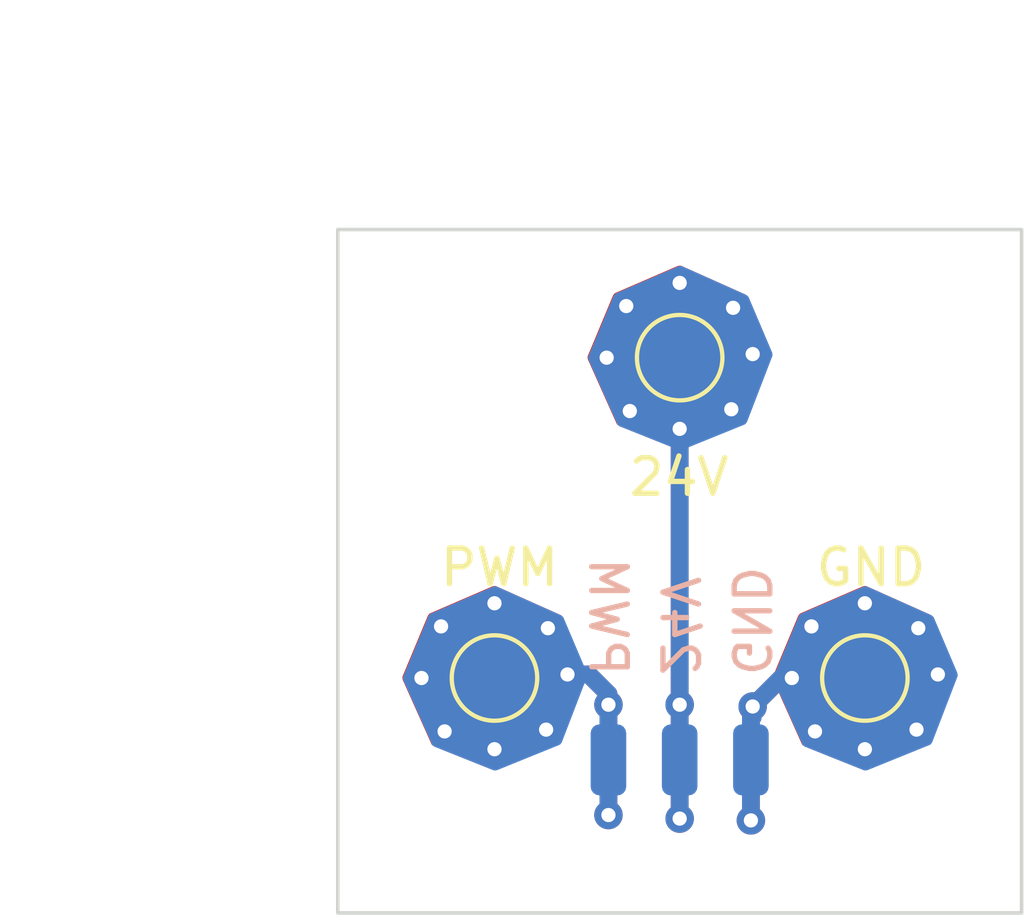
<source format=kicad_pcb>
(kicad_pcb (version 20221018) (generator pcbnew)
  (layers (0 "F.Cu" signal) (31 "B.Cu" signal) (34 "B.Paste" user) (35 "F.Paste" user) (36 "B.SilkS" user "B.Silkscreen") (37 "F.SilkS" user "F.Silkscreen") (38 "B.Mask" user) (39 "F.Mask" user) (44 "Edge.Cuts" user))
  (net 0 "")
  (net 1 "/GND")
  (net 2 "/PWM")
  (net 3 "/24V")
  (footprint "TestPoint:TestPoint_Pad_D2.0mm" (layer "F.Cu") (at 83.6 134.6)
    (fp_text reference "J2" hide)
    (fp_text value "Conn_01x01_Pin" hide)
    (fp_circle (center 0 0) (end 0 1.2) (stroke (width 0.12)) (fill none) (layer "F.SilkS"))
    (pad "1" smd circle (at 0 0) (size 2 2) (layers "F.Cu" "F.Mask") (net 1 "/GND"))
  )
  (footprint "TestPoint:TestPoint_Pad_D2.0mm" (layer "F.Cu") (at 78.4 125.6)
    (fp_text reference "J5" hide)
    (fp_text value "Conn_01x01_Pin" hide)
    (fp_circle (center 0 0) (end 0 1.2) (stroke (width 0.12)) (fill none) (layer "F.SilkS"))
    (pad "1" smd circle (at 0 0) (size 2 2) (layers "F.Cu" "F.Mask") (net 3 "/24V"))
  )
  (footprint "TestPoint:TestPoint_Pad_D2.0mm" (layer "F.Cu") (at 73.2 134.6)
    (fp_text reference "J3" hide)
    (fp_text value "Conn_01x01_Pin" hide)
    (fp_circle (center 0 0) (end 0 1.2) (stroke (width 0.12)) (fill none) (layer "F.SilkS"))
    (pad "1" smd circle (at 0 0) (size 2 2) (layers "F.Cu" "F.Mask") (net 2 "/PWM"))
  )
  (footprint "Bergi:Solderpad_1x2" (layer "B.Cu") (at 78.4 136.9 90)
    (fp_text reference "J6" hide)
    (fp_text value "Conn_01x01_Pin" hide)
    (pad "1" smd roundrect (at 0 0 90) (size 2 1) (layers "B.Cu" "B.Mask") (net 3 "/24V"))
  )
  (footprint "Bergi:Solderpad_1x2" (layer "B.Cu") (at 76.4 136.9 90)
    (fp_text reference "J4" hide)
    (fp_text value "Conn_01x01_Pin" hide)
    (pad "1" smd roundrect (at 0 0 90) (size 2 1) (layers "B.Cu" "B.Mask") (net 2 "/PWM"))
  )
  (footprint "Bergi:Solderpad_1x2" (layer "B.Cu") (at 80.4 136.9 90)
    (fp_text reference "J1" hide)
    (fp_text value "Conn_01x01_Pin" hide)
    (pad "1" smd roundrect (at 0 0 90) (size 2 1) (layers "B.Cu" "B.Mask") (net 1 "/GND"))
  )
  (gr_rect (start 68.8 122) (end 88 141.2) (stroke (width 0.1)) (fill none) (layer "Edge.Cuts"))
  (gr_text "24V" (at 77.8 134.62 -90) (layer "B.SilkS") (effects (font (size 1 1)) (justify left bottom mirror)))
  (gr_text "GND" (at 79.8 134.62 -90) (layer "B.SilkS") (effects (font (size 1 1)) (justify left bottom mirror)))
  (gr_text "PWM" (at 75.8 134.62 -90) (layer "B.SilkS") (effects (font (size 1 1)) (justify left bottom mirror)))
  (gr_text "GND" (at 82.15 132.08) (layer "F.SilkS") (effects (font (size 1 1)) (justify left bottom)))
  (gr_text "24V" (at 76.9 129.54) (layer "F.SilkS") (effects (font (size 1 1)) (justify left bottom)))
  (gr_text "PWM" (at 71.6 132.08) (layer "F.SilkS") (effects (font (size 1 1)) (justify left bottom)))
  (segment (start 81.25 134.6) (end 81.55 134.6) (width 0.5) (layer "F.Cu") (net 1))
  (segment (start 80.4 135.45) (end 80.45 135.4) (width 0.5) (layer "F.Cu") (net 1))
  (segment (start 80.4 138.6) (end 80.4 135.45) (width 0.5) (layer "F.Cu") (net 1))
  (segment (start 80.45 135.4) (end 81.25 134.6) (width 0.5) (layer "F.Cu") (net 1))
  (via (at 85.05 136.05) (size 0.8) (drill 0.4) (layers "F.Cu" "B.Cu") (net 1))
  (via (at 82.2 136.1) (size 0.8) (drill 0.4) (layers "F.Cu" "B.Cu") (net 1))
  (via (at 85.1 133.2) (size 0.8) (drill 0.4) (layers "F.Cu" "B.Cu") (net 1))
  (via (at 83.6 132.5) (size 0.8) (drill 0.4) (layers "F.Cu" "B.Cu") (net 1))
  (via (at 81.55 134.6) (size 0.8) (drill 0.4) (layers "F.Cu" "B.Cu") (net 1))
  (via (at 80.4 138.6) (size 0.8) (drill 0.4) (layers "F.Cu" "B.Cu") (net 1))
  (via (at 82.1 133.15) (size 0.8) (drill 0.4) (layers "F.Cu" "B.Cu") (net 1))
  (via (at 80.45 135.4) (size 0.8) (drill 0.4) (layers "F.Cu" "B.Cu") (net 1))
  (via (at 83.6 136.6) (size 0.8) (drill 0.4) (layers "F.Cu" "B.Cu") (net 1))
  (via (at 85.65 134.5) (size 0.8) (drill 0.4) (layers "F.Cu" "B.Cu") (net 1))
  (segment (start 80.45 135.7) (end 80.4 135.75) (width 0.5) (layer "B.Cu") (net 1))
  (segment (start 80.4 135.75) (end 80.4 136.9) (width 0.5) (layer "B.Cu") (net 1))
  (segment (start 81.25 134.6) (end 81.55 134.6) (width 0.5) (layer "B.Cu") (net 1))
  (segment (start 80.45 135.4) (end 81.25 134.6) (width 0.5) (layer "B.Cu") (net 1))
  (segment (start 80.45 135.4) (end 80.45 135.7) (width 0.5) (layer "B.Cu") (net 1))
  (segment (start 80.4 136.9) (end 80.4 138.6) (width 0.5) (layer "B.Cu") (net 1))
  (segment (start 76.4 135.05) (end 75.85 134.5) (width 0.5) (layer "F.Cu") (net 2))
  (segment (start 76.4 135.35) (end 76.4 135.05) (width 0.5) (layer "F.Cu") (net 2))
  (segment (start 76.4 138.45) (end 76.4 135.35) (width 0.5) (layer "F.Cu") (net 2))
  (segment (start 75.85 134.5) (end 75.25 134.5) (width 0.5) (layer "F.Cu") (net 2))
  (via (at 74.65 136.05) (size 0.8) (drill 0.4) (layers "F.Cu" "B.Cu") (net 2))
  (via (at 76.4 135.35) (size 0.8) (drill 0.4) (layers "F.Cu" "B.Cu") (net 2))
  (via (at 71.7 133.15) (size 0.8) (drill 0.4) (layers "F.Cu" "B.Cu") (net 2))
  (via (at 74.7 133.2) (size 0.8) (drill 0.4) (layers "F.Cu" "B.Cu") (net 2))
  (via (at 73.2 136.6) (size 0.8) (drill 0.4) (layers "F.Cu" "B.Cu") (net 2))
  (via (at 71.15 134.6) (size 0.8) (drill 0.4) (layers "F.Cu" "B.Cu") (net 2))
  (via (at 71.8 136.1) (size 0.8) (drill 0.4) (layers "F.Cu" "B.Cu") (net 2))
  (via (at 76.4 138.45) (size 0.8) (drill 0.4) (layers "F.Cu" "B.Cu") (net 2))
  (via (at 75.25 134.5) (size 0.8) (drill 0.4) (layers "F.Cu" "B.Cu") (net 2))
  (via (at 73.2 132.5) (size 0.8) (drill 0.4) (layers "F.Cu" "B.Cu") (net 2))
  (segment (start 75.85 134.5) (end 75.25 134.5) (width 0.5) (layer "B.Cu") (net 2))
  (segment (start 76.4 135.05) (end 75.85 134.5) (width 0.5) (layer "B.Cu") (net 2))
  (segment (start 76.4 135.65) (end 76.4 135.65) (width 0.5) (layer "B.Cu") (net 2))
  (segment (start 76.4 136.9) (end 76.4 135.65) (width 0.5) (layer "B.Cu") (net 2))
  (segment (start 76.4 135.65) (end 76.4 135.35) (width 0.5) (layer "B.Cu") (net 2))
  (segment (start 76.4 135.35) (end 76.4 135.05) (width 0.5) (layer "B.Cu") (net 2))
  (segment (start 76.4 136.9) (end 76.4 138.45) (width 0.5) (layer "B.Cu") (net 2))
  (segment (start 78.4 138.55) (end 78.4 135.35) (width 0.5) (layer "F.Cu") (net 3))
  (segment (start 78.4 135.35) (end 78.4 127.6) (width 0.5) (layer "F.Cu") (net 3))
  (via (at 79.9 124.2) (size 0.8) (drill 0.4) (layers "F.Cu" "B.Cu") (net 3))
  (via (at 76.35 125.6) (size 0.8) (drill 0.4) (layers "F.Cu" "B.Cu") (net 3))
  (via (at 78.4 138.55) (size 0.8) (drill 0.4) (layers "F.Cu" "B.Cu") (net 3))
  (via (at 78.4 127.6) (size 0.8) (drill 0.4) (layers "F.Cu" "B.Cu") (net 3))
  (via (at 80.45 125.5) (size 0.8) (drill 0.4) (layers "F.Cu" "B.Cu") (net 3))
  (via (at 76.9 124.15) (size 0.8) (drill 0.4) (layers "F.Cu" "B.Cu") (net 3))
  (via (at 78.4 123.5) (size 0.8) (drill 0.4) (layers "F.Cu" "B.Cu") (net 3))
  (via (at 79.85 127.05) (size 0.8) (drill 0.4) (layers "F.Cu" "B.Cu") (net 3))
  (via (at 78.4 135.35) (size 0.8) (drill 0.4) (layers "F.Cu" "B.Cu") (net 3))
  (via (at 77 127.1) (size 0.8) (drill 0.4) (layers "F.Cu" "B.Cu") (net 3))
  (segment (start 78.4 138.55) (end 78.4 138.5) (width 0.5) (layer "B.Cu") (net 3))
  (segment (start 78.4 136.9) (end 78.4 135.35) (width 0.5) (layer "B.Cu") (net 3))
  (segment (start 78.4 136.9) (end 78.4 138.55) (width 0.5) (layer "B.Cu") (net 3))
  (segment (start 78.4 135.35) (end 78.4 127.6) (width 0.5) (layer "B.Cu") (net 3))
  (zone (net 3) (net_name "/24V") (layer "F.Cu") (connect_pads yes (clearance 0.5)) (min_thickness 0.25) (fill yes (thermal_gap 0.5) (thermal_bridge_width 0.5))
    (polygon (pts (xy 78.4 123) (xy 80.3 123.85) (xy 81 125.5) (xy 80.25 127.45) (xy 78.4 128.2) (xy 76.65 127.5) (xy 75.8 125.6) (xy 76.55 123.8)))
  )
  (zone (net 1) (net_name "/GND") (layer "F.Cu") (connect_pads yes (clearance 0.5)) (min_thickness 0.25) (fill yes (thermal_gap 0.5) (thermal_bridge_width 0.5))
    (polygon (pts (xy 83.6 132) (xy 85.5 132.85) (xy 86.2 134.5) (xy 85.45 136.45) (xy 83.6 137.2) (xy 81.85 136.5) (xy 81 134.6) (xy 81.75 132.8)))
  )
  (zone (net 2) (net_name "/PWM") (layer "F.Cu") (connect_pads yes (clearance 0.5)) (min_thickness 0.25) (fill yes (thermal_gap 0.5) (thermal_bridge_width 0.5))
    (polygon (pts (xy 73.2 132) (xy 75.1 132.85) (xy 75.8 134.5) (xy 75.05 136.45) (xy 73.2 137.2) (xy 71.45 136.5) (xy 70.6 134.6) (xy 71.35 132.8)))
  )
  (zone (net 1) (net_name "/GND") (layer "B.Cu") (connect_pads yes (clearance 0.5)) (min_thickness 0.25) (fill yes (thermal_gap 0.5) (thermal_bridge_width 0.5))
    (polygon (pts (xy 83.619415 132.010523) (xy 85.519415 132.860523) (xy 86.219415 134.510523) (xy 85.469415 136.460523) (xy 83.619415 137.210523) (xy 81.869415 136.510523) (xy 81.019415 134.610523) (xy 81.769415 132.810523)))
  )
  (zone (net 3) (net_name "/24V") (layer "B.Cu") (connect_pads yes (clearance 0.5)) (min_thickness 0.25) (fill yes (thermal_gap 0.5) (thermal_bridge_width 0.5))
    (polygon (pts (xy 78.419415 123.010523) (xy 80.319415 123.860523) (xy 81.019415 125.510523) (xy 80.269415 127.460523) (xy 78.419415 128.210523) (xy 76.669415 127.510523) (xy 75.819415 125.610523) (xy 76.569415 123.810523)))
  )
  (zone (net 2) (net_name "/PWM") (layer "B.Cu") (connect_pads yes (clearance 0.5)) (min_thickness 0.25) (fill yes (thermal_gap 0.5) (thermal_bridge_width 0.5))
    (polygon (pts (xy 73.219415 132.010523) (xy 75.119415 132.860523) (xy 75.819415 134.510523) (xy 75.069415 136.460523) (xy 73.219415 137.210523) (xy 71.469415 136.510523) (xy 70.619415 134.610523) (xy 71.369415 132.810523)))
  )
)
</source>
